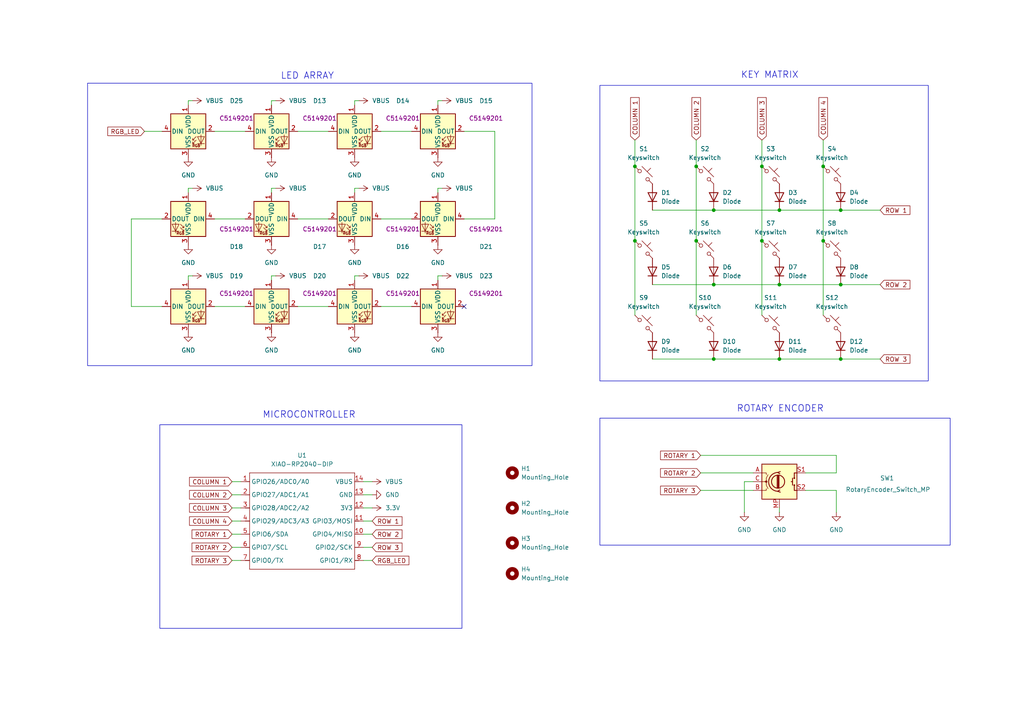
<source format=kicad_sch>
(kicad_sch (version 20231120) (generator "eeschema") (generator_version "8.0")
  (paper "A4")
  (title_block (title "Tronzpad") (date "2025-07-01") (rev "1.0") (company "Brian Guan"))
  (lib_symbols
    (symbol "Device:RotaryEncoder_Switch_MP" (pin_names (offset 0.254) hide)
      (property "Reference" "SW" (at 0 8.89 0))
      (property "Value" "RotaryEncoder_Switch_MP" (at 0 6.35 0))
      (symbol "RotaryEncoder_Switch_MP_0_1"
        (rectangle (start -5.08 5.08) (end 5.08 -5.08) (stroke (width 0.254)) (fill (type background)))
        (circle (center -3.81 0) (radius 0.254) (fill (type outline)))
        (circle (center -0.381 0) (radius 1.905) (stroke (width 0.254)))
        (arc (start -0.381 2.667) (mid -3.0988 -0.0635) (end -0.381 -2.794) (stroke (width 0.254)))
        (polyline (pts (xy -0.635 -1.778) (xy -0.635 1.778)) (stroke (width 0.254)))
        (polyline (pts (xy -0.381 -1.778) (xy -0.381 1.778)) (stroke (width 0.254)))
        (polyline (pts (xy -0.127 1.778) (xy -0.127 -1.778)) (stroke (width 0.254)))
        (polyline (pts (xy 3.81 0) (xy 3.429 0)) (stroke (width 0.254)))
        (polyline (pts (xy 3.81 1.016) (xy 3.81 -1.016)) (stroke (width 0.254)))
        (polyline (pts (xy -5.08 -2.54) (xy -3.81 -2.54) (xy -3.81 -2.032)))
        (polyline (pts (xy -5.08 2.54) (xy -3.81 2.54) (xy -3.81 2.032)))
        (polyline (pts (xy 0.254 -3.048) (xy -0.508 -2.794) (xy 0.127 -2.413)) (stroke (width 0.254)))
        (polyline (pts (xy 0.254 2.921) (xy -0.508 2.667) (xy 0.127 2.286)) (stroke (width 0.254)))
        (polyline (pts (xy 5.08 -2.54) (xy 4.318 -2.54) (xy 4.318 -1.016)) (stroke (width 0.254)))
        (polyline (pts (xy 5.08 2.54) (xy 4.318 2.54) (xy 4.318 1.016)) (stroke (width 0.254)))
        (polyline (pts (xy -5.08 0) (xy -3.81 0) (xy -3.81 -1.016) (xy -3.302 -2.032)))
        (polyline (pts (xy -4.318 0) (xy -3.81 0) (xy -3.81 1.016) (xy -3.302 2.032)))
        (circle (center 4.318 -1.016) (radius 0.127) (stroke (width 0.254)))
        (circle (center 4.318 1.016) (radius 0.127) (stroke (width 0.254)))
      )
      (symbol "RotaryEncoder_Switch_MP_1_1"
        (pin passive line (at -7.62 2.54 0) (length 2.54) (name "A") (number "A"))
        (pin passive line (at -7.62 -2.54 0) (length 2.54) (name "B") (number "B"))
        (pin passive line (at -7.62 0 0) (length 2.54) (name "C") (number "C"))
        (pin passive line (at 0 -7.62 90) (length 2.54) (name "MP") (number "MP"))
        (pin passive line (at 7.62 2.54 180) (length 2.54) (name "S1") (number "S1"))
        (pin passive line (at 7.62 -2.54 180) (length 2.54) (name "S2") (number "S2"))
      )
    )
    (symbol "Placeholder_Keyswitch_1" (pin_numbers hide) (pin_names (offset 1.016) hide)
      (property "Reference" "S1" (at 0 7.62 0))
      (property "Value" "Keyswitch" (at 0 5.08 0))
      (symbol "Placeholder_Keyswitch_1_0_1"
        (circle (center -1.1684 1.1684) (radius 0.508))
        (polyline (pts (xy -0.508 2.54) (xy 2.54 -0.508)))
        (polyline (pts (xy 1.016 1.016) (xy 2.032 2.032)))
        (polyline (pts (xy -2.54 2.54) (xy -1.524 1.524) (xy -1.524 1.524)))
        (polyline (pts (xy 1.524 -1.524) (xy 2.54 -2.54) (xy 2.54 -2.54) (xy 2.54 -2.54)))
        (circle (center 1.143 -1.1938) (radius 0.508))
        (pin passive line (at 2.54 -2.54 180) (length 0) (name "1") (number "1"))
        (pin passive line (at -2.54 2.54 0) (length 0) (name "2") (number "2"))
      )
    )
    (symbol "ScottoKeebs:LED_SK6812MINI" (pin_names (offset 0.254))
      (property "Reference" "D" (at 2.032 5.588 0))
      (property "Value" "LED_SK6812MINI" (at 1.27 -5.715 0))
      (property "LCSC" "C5149201" (at 0 0 0))
      (symbol "LED_SK6812MINI_0_0"
        (text "RGB" (at 2.286 -4.191 0) (effects (font (size 0.762 0.762))))
      )
      (symbol "LED_SK6812MINI_0_1"
        (rectangle (start -5.08 5.08) (end 5.08 -5.08) (stroke (width 0.254)) (fill (type background)))
        (polyline (pts (xy 1.27 -3.556) (xy 1.778 -3.556)))
        (polyline (pts (xy 1.27 -2.54) (xy 1.778 -2.54)))
        (polyline (pts (xy 4.699 -3.556) (xy 2.667 -3.556)))
        (polyline (pts (xy 2.286 -2.54) (xy 1.27 -3.556) (xy 1.27 -3.048)))
        (polyline (pts (xy 2.286 -1.524) (xy 1.27 -2.54) (xy 1.27 -2.032)))
        (polyline (pts (xy 3.683 -1.016) (xy 3.683 -3.556) (xy 3.683 -4.064)))
        (polyline (pts (xy 4.699 -1.524) (xy 2.667 -1.524) (xy 3.683 -3.556) (xy 4.699 -1.524)))
      )
      (symbol "LED_SK6812MINI_1_1"
        (pin power_in line (at 0 7.62 270) (length 2.54) (name "VDD") (number "1"))
        (pin output line (at 7.62 0 180) (length 2.54) (name "DOUT") (number "2"))
        (pin power_in line (at 0 -7.62 90) (length 2.54) (name "VSS") (number "3"))
        (pin input line (at -7.62 0 0) (length 2.54) (name "DIN") (number "4"))
      )
    )
    (symbol "ScottoKeebs:Placeholder_Diode" (pin_numbers hide) (pin_names hide)
      (property "Reference" "D" (at 0 2.54 0))
      (property "Value" "Diode" (at 0 -2.54 0))
      (symbol "Placeholder_Diode_0_1"
        (polyline (pts (xy -1.27 1.27) (xy -1.27 -1.27)) (stroke (width 0.254)))
        (polyline (pts (xy 1.27 0) (xy -1.27 0)))
        (polyline (pts (xy 1.27 1.27) (xy 1.27 -1.27) (xy -1.27 0) (xy 1.27 1.27)) (stroke (width 0.254)))
      )
      (symbol "Placeholder_Diode_1_1"
        (pin passive line (at -3.81 0 0) (length 2.54) (name "K") (number "1"))
        (pin passive line (at 3.81 0 180) (length 2.54) (name "A") (number "2"))
      )
    )
    (symbol "ScottoKeebs:Placeholder_Mounting_Hole" (pin_names (offset 1.016))
      (property "Reference" "H" (at 0 5.08 0))
      (property "Value" "Mounting_Hole" (at 0 3.175 0))
      (symbol "Placeholder_Mounting_Hole_0_1"
        (circle (center 0 0) (radius 1.27) (stroke (width 1.27)))
      )
    )
    (symbol "Seeed_Studio_XIAO_Series:XIAO-RP2040-DIP"
      (property "Reference" "U" (at 0 0 0))
      (property "Value" "XIAO-RP2040-DIP" (at 5.334 -1.778 0))
      (symbol "XIAO-RP2040-DIP_1_0"
        (polyline (pts (xy -1.27 -30.48) (xy -1.27 -16.51)) (stroke (width 0.1524)))
        (polyline (pts (xy -1.27 -27.94) (xy -2.54 -27.94)) (stroke (width 0.1524)))
        (polyline (pts (xy -1.27 -24.13) (xy -2.54 -24.13)) (stroke (width 0.1524)))
        (polyline (pts (xy -1.27 -20.32) (xy -2.54 -20.32)) (stroke (width 0.1524)))
        (polyline (pts (xy -1.27 -16.51) (xy -2.54 -16.51)) (stroke (width 0.1524)))
        (polyline (pts (xy -1.27 -16.51) (xy -1.27 -12.7)) (stroke (width 0.1524)))
        (polyline (pts (xy -1.27 -12.7) (xy -2.54 -12.7)) (stroke (width 0.1524)))
        (polyline (pts (xy -1.27 -12.7) (xy -1.27 -8.89)) (stroke (width 0.1524)))
        (polyline (pts (xy -1.27 -8.89) (xy -2.54 -8.89)) (stroke (width 0.1524)))
        (polyline (pts (xy -1.27 -8.89) (xy -1.27 -5.08)) (stroke (width 0.1524)))
        (polyline (pts (xy -1.27 -5.08) (xy -2.54 -5.08)) (stroke (width 0.1524)))
        (polyline (pts (xy -1.27 -5.08) (xy -1.27 -2.54)) (stroke (width 0.1524)))
        (polyline (pts (xy -1.27 -2.54) (xy 29.21 -2.54)) (stroke (width 0.1524)))
        (polyline (pts (xy 29.21 -30.48) (xy -1.27 -30.48)) (stroke (width 0.1524)))
        (polyline (pts (xy 29.21 -12.7) (xy 29.21 -30.48)) (stroke (width 0.1524)))
        (polyline (pts (xy 29.21 -8.89) (xy 29.21 -12.7)) (stroke (width 0.1524)))
        (polyline (pts (xy 29.21 -5.08) (xy 29.21 -8.89)) (stroke (width 0.1524)))
        (polyline (pts (xy 29.21 -2.54) (xy 29.21 -5.08)) (stroke (width 0.1524)))
        (polyline (pts (xy 30.48 -27.94) (xy 29.21 -27.94)) (stroke (width 0.1524)))
        (polyline (pts (xy 30.48 -24.13) (xy 29.21 -24.13)) (stroke (width 0.1524)))
        (polyline (pts (xy 30.48 -20.32) (xy 29.21 -20.32)) (stroke (width 0.1524)))
        (polyline (pts (xy 30.48 -16.51) (xy 29.21 -16.51)) (stroke (width 0.1524)))
        (polyline (pts (xy 30.48 -12.7) (xy 29.21 -12.7)) (stroke (width 0.1524)))
        (polyline (pts (xy 30.48 -8.89) (xy 29.21 -8.89)) (stroke (width 0.1524)))
        (polyline (pts (xy 30.48 -5.08) (xy 29.21 -5.08)) (stroke (width 0.1524)))
        (pin passive line (at -3.81 -5.08 0) (length 2.54) (name "GPIO26/ADC0/A0") (number "1"))
        (pin passive line (at 31.75 -20.32 180) (length 2.54) (name "GPIO4/MISO") (number "10"))
        (pin passive line (at 31.75 -16.51 180) (length 2.54) (name "GPIO3/MOSI") (number "11"))
        (pin passive line (at 31.75 -12.7 180) (length 2.54) (name "3V3") (number "12"))
        (pin passive line (at 31.75 -8.89 180) (length 2.54) (name "GND") (number "13"))
        (pin passive line (at 31.75 -5.08 180) (length 2.54) (name "VBUS") (number "14"))
        (pin passive line (at -3.81 -8.89 0) (length 2.54) (name "GPIO27/ADC1/A1") (number "2"))
        (pin passive line (at -3.81 -12.7 0) (length 2.54) (name "GPIO28/ADC2/A2") (number "3"))
        (pin passive line (at -3.81 -16.51 0) (length 2.54) (name "GPIO29/ADC3/A3") (number "4"))
        (pin passive line (at -3.81 -20.32 0) (length 2.54) (name "GPIO6/SDA") (number "5"))
        (pin passive line (at -3.81 -24.13 0) (length 2.54) (name "GPIO7/SCL") (number "6"))
        (pin passive line (at -3.81 -27.94 0) (length 2.54) (name "GPIO0/TX") (number "7"))
        (pin passive line (at 31.75 -27.94 180) (length 2.54) (name "GPIO1/RX") (number "8"))
        (pin passive line (at 31.75 -24.13 180) (length 2.54) (name "GPIO2/SCK") (number "9"))
      )
    )
    (symbol "SparkFun-PowerSymbol:3.3V" (power) (pin_names (offset 0))
      (property "Value" "3.3V" (at 0 3.556 0))
      (symbol "3.3V_0_1"
        (polyline (pts (xy -0.762 1.27) (xy 0 2.54)))
        (polyline (pts (xy 0 0) (xy 0 2.54)))
        (polyline (pts (xy 0 2.54) (xy 0.762 1.27)))
      )
      (symbol "3.3V_1_1"
        (pin power_in line (at 0 0 90) (length 0) hide (name "3.3V") (number "1"))
      )
    )
    (symbol "power:GND" (power) (pin_numbers hide) (pin_names (offset 0) hide)
      (property "Value" "GND" (at 0 -3.81 0))
      (symbol "GND_0_1"
        (polyline (pts (xy 0 0) (xy 0 -1.27) (xy 1.27 -1.27) (xy 0 -2.54) (xy -1.27 -1.27) (xy 0 -1.27)))
      )
      (symbol "GND_1_1"
        (pin power_in line (at 0 0 270) (length 0) (name "~") (number "1"))
      )
    )
    (symbol "power:VBUS" (power) (pin_numbers hide) (pin_names (offset 0) hide)
      (property "Value" "VBUS" (at 0 3.556 0))
      (symbol "VBUS_0_1"
        (polyline (pts (xy -0.762 1.27) (xy 0 2.54)))
        (polyline (pts (xy 0 0) (xy 0 2.54)))
        (polyline (pts (xy 0 2.54) (xy 0.762 1.27)))
      )
      (symbol "VBUS_1_1"
        (pin power_in line (at 0 0 90) (length 0) (name "~") (number "1"))
      )
    )
  )
  (junction (at 184.15 69.85))
  (junction (at 201.93 69.85))
  (junction (at 226.06 104.14))
  (junction (at 207.01 104.14))
  (junction (at 243.84 60.96))
  (junction (at 220.98 69.85))
  (junction (at 243.84 104.14))
  (junction (at 207.01 60.96))
  (junction (at 226.06 60.96))
  (junction (at 220.98 48.26))
  (junction (at 226.06 82.55))
  (junction (at 201.93 48.26))
  (junction (at 207.01 82.55))
  (junction (at 238.76 48.26))
  (junction (at 184.15 48.26))
  (junction (at 243.84 82.55))
  (junction (at 238.76 69.85))
  (no_connect (at 134.62 88.9))
  (wire (pts (xy 67.31 147.32) (xy 69.85 147.32)))
  (wire (pts (xy 102.87 30.48) (xy 102.87 29.21)))
  (wire (pts (xy 105.41 147.32) (xy 107.95 147.32)))
  (wire (pts (xy 226.06 82.55) (xy 243.84 82.55)))
  (wire (pts (xy 243.84 60.96) (xy 255.27 60.96)))
  (wire (pts (xy 105.41 139.7) (xy 107.95 139.7)))
  (wire (pts (xy 143.51 38.1) (xy 143.51 63.5)))
  (wire (pts (xy 243.84 82.55) (xy 255.27 82.55)))
  (wire (pts (xy 107.95 162.56) (xy 105.41 162.56)))
  (wire (pts (xy 41.91 38.1) (xy 46.99 38.1)))
  (wire (pts (xy 189.23 60.96) (xy 207.01 60.96)))
  (wire (pts (xy 67.31 154.94) (xy 69.85 154.94)))
  (wire (pts (xy 238.76 69.85) (xy 238.76 91.44)))
  (wire (pts (xy 201.93 40.64) (xy 201.93 48.26)))
  (wire (pts (xy 128.27 54.61) (xy 127 54.61)))
  (wire (pts (xy 128.27 29.21) (xy 127 29.21)))
  (wire (pts (xy 78.74 80.01) (xy 78.74 81.28)))
  (wire (pts (xy 233.68 142.24) (xy 242.57 142.24)))
  (wire (pts (xy 110.49 38.1) (xy 119.38 38.1)))
  (wire (pts (xy 80.01 80.01) (xy 78.74 80.01)))
  (wire (pts (xy 242.57 132.08) (xy 242.57 137.16)))
  (wire (pts (xy 134.62 63.5) (xy 143.51 63.5)))
  (wire (pts (xy 105.41 151.13) (xy 107.95 151.13)))
  (wire (pts (xy 127 54.61) (xy 127 55.88)))
  (wire (pts (xy 207.01 60.96) (xy 226.06 60.96)))
  (wire (pts (xy 184.15 48.26) (xy 184.15 69.85)))
  (wire (pts (xy 218.44 139.7) (xy 215.9 139.7)))
  (wire (pts (xy 189.23 104.14) (xy 207.01 104.14)))
  (wire (pts (xy 62.23 88.9) (xy 71.12 88.9)))
  (wire (pts (xy 105.41 143.51) (xy 107.95 143.51)))
  (wire (pts (xy 226.06 147.32) (xy 226.06 148.59)))
  (wire (pts (xy 67.31 151.13) (xy 69.85 151.13)))
  (wire (pts (xy 105.41 154.94) (xy 107.95 154.94)))
  (wire (pts (xy 62.23 38.1) (xy 71.12 38.1)))
  (wire (pts (xy 54.61 80.01) (xy 54.61 81.28)))
  (wire (pts (xy 105.41 158.75) (xy 107.95 158.75)))
  (wire (pts (xy 207.01 104.14) (xy 226.06 104.14)))
  (wire (pts (xy 55.88 80.01) (xy 54.61 80.01)))
  (wire (pts (xy 102.87 29.21) (xy 104.14 29.21)))
  (wire (pts (xy 54.61 55.88) (xy 54.61 54.61)))
  (wire (pts (xy 54.61 54.61) (xy 55.88 54.61)))
  (wire (pts (xy 78.74 54.61) (xy 80.01 54.61)))
  (wire (pts (xy 242.57 142.24) (xy 242.57 148.59)))
  (wire (pts (xy 67.31 139.7) (xy 69.85 139.7)))
  (wire (pts (xy 134.62 38.1) (xy 143.51 38.1)))
  (wire (pts (xy 203.2 142.24) (xy 218.44 142.24)))
  (wire (pts (xy 220.98 48.26) (xy 220.98 69.85)))
  (wire (pts (xy 86.36 88.9) (xy 95.25 88.9)))
  (wire (pts (xy 203.2 137.16) (xy 218.44 137.16)))
  (wire (pts (xy 220.98 40.64) (xy 220.98 48.26)))
  (wire (pts (xy 110.49 88.9) (xy 119.38 88.9)))
  (wire (pts (xy 207.01 82.55) (xy 226.06 82.55)))
  (wire (pts (xy 78.74 29.21) (xy 80.01 29.21)))
  (wire (pts (xy 189.23 82.55) (xy 207.01 82.55)))
  (wire (pts (xy 86.36 38.1) (xy 95.25 38.1)))
  (wire (pts (xy 203.2 132.08) (xy 242.57 132.08)))
  (wire (pts (xy 102.87 55.88) (xy 102.87 54.61)))
  (wire (pts (xy 226.06 104.14) (xy 243.84 104.14)))
  (wire (pts (xy 238.76 40.64) (xy 238.76 48.26)))
  (wire (pts (xy 220.98 69.85) (xy 220.98 91.44)))
  (wire (pts (xy 62.23 63.5) (xy 71.12 63.5)))
  (wire (pts (xy 201.93 48.26) (xy 201.93 69.85)))
  (wire (pts (xy 54.61 29.21) (xy 55.88 29.21)))
  (wire (pts (xy 238.76 48.26) (xy 238.76 69.85)))
  (wire (pts (xy 127 80.01) (xy 127 81.28)))
  (wire (pts (xy 38.1 88.9) (xy 46.99 88.9)))
  (wire (pts (xy 54.61 30.48) (xy 54.61 29.21)))
  (wire (pts (xy 110.49 63.5) (xy 119.38 63.5)))
  (wire (pts (xy 78.74 55.88) (xy 78.74 54.61)))
  (wire (pts (xy 38.1 63.5) (xy 38.1 88.9)))
  (wire (pts (xy 184.15 69.85) (xy 184.15 91.44)))
  (wire (pts (xy 128.27 80.01) (xy 127 80.01)))
  (wire (pts (xy 226.06 60.96) (xy 243.84 60.96)))
  (wire (pts (xy 46.99 63.5) (xy 38.1 63.5)))
  (wire (pts (xy 233.68 137.16) (xy 242.57 137.16)))
  (wire (pts (xy 67.31 158.75) (xy 69.85 158.75)))
  (wire (pts (xy 67.31 162.56) (xy 69.85 162.56)))
  (wire (pts (xy 215.9 139.7) (xy 215.9 148.59)))
  (wire (pts (xy 86.36 63.5) (xy 95.25 63.5)))
  (wire (pts (xy 102.87 54.61) (xy 104.14 54.61)))
  (wire (pts (xy 102.87 81.28) (xy 102.87 80.01)))
  (wire (pts (xy 184.15 40.64) (xy 184.15 48.26)))
  (wire (pts (xy 201.93 69.85) (xy 201.93 91.44)))
  (wire (pts (xy 102.87 80.01) (xy 104.14 80.01)))
  (wire (pts (xy 127 29.21) (xy 127 30.48)))
  (wire (pts (xy 67.31 143.51) (xy 69.85 143.51)))
  (wire (pts (xy 78.74 30.48) (xy 78.74 29.21)))
  (wire (pts (xy 243.84 104.14) (xy 255.27 104.14)))
  (rectangle (start 25.4 24.13) (end 154.305 106.045))
  (rectangle (start 46.355 123.19) (end 133.985 182.245))
  (rectangle (start 173.99 121.285) (end 275.59 158.115))
  (rectangle (start 173.99 24.765) (end 269.24 110.49))
  (text "ROTARY ENCODER\n" (at 226.314 118.618 0) (effects (font (size 1.905 1.905))))
  (text "LED ARRAY\n" (at 89.154 22.098 0) (effects (font (size 1.905 1.905))))
  (text "MICROCONTROLLER\n" (at 89.662 120.396 0) (effects (font (size 1.905 1.905))))
  (text "KEY MATRIX\n" (at 223.266 21.844 0) (effects (font (size 1.905 1.905))))
  (global_label "ROW 2" (shape input) (at 107.95 154.94 0) (property "Intersheetrefs" "${INTERSHEET_REFS}" (effects (hide yes))))
  (global_label "ROTARY 1" (shape input) (at 203.2 132.08 180) (property "Intersheetrefs" "${INTERSHEET_REFS}" (effects (hide yes))))
  (global_label "COLUMN 4" (shape input) (at 238.76 40.64 90) (property "Intersheetrefs" "${INTERSHEET_REFS}" (effects (hide yes))))
  (global_label "RGB_LED" (shape input) (at 41.91 38.1 180) (property "Intersheetrefs" "${INTERSHEET_REFS}" (effects (hide yes))))
  (global_label "ROW 3" (shape input) (at 255.27 104.14 0) (property "Intersheetrefs" "${INTERSHEET_REFS}" (effects (hide yes))))
  (global_label "COLUMN 3" (shape input) (at 220.98 40.64 90) (property "Intersheetrefs" "${INTERSHEET_REFS}" (effects (hide yes))))
  (global_label "ROTARY 1" (shape input) (at 67.31 154.94 180) (property "Intersheetrefs" "${INTERSHEET_REFS}" (effects (hide yes))))
  (global_label "ROW 1" (shape input) (at 255.27 60.96 0) (property "Intersheetrefs" "${INTERSHEET_REFS}" (effects (hide yes))))
  (global_label "RGB_LED" (shape input) (at 107.95 162.56 0) (property "Intersheetrefs" "${INTERSHEET_REFS}" (effects (hide yes))))
  (global_label "ROTARY 3" (shape input) (at 203.2 142.24 180) (property "Intersheetrefs" "${INTERSHEET_REFS}" (effects (hide yes))))
  (global_label "ROW 1" (shape input) (at 107.95 151.13 0) (property "Intersheetrefs" "${INTERSHEET_REFS}" (effects (hide yes))))
  (global_label "ROTARY 2" (shape input) (at 203.2 137.16 180) (property "Intersheetrefs" "${INTERSHEET_REFS}" (effects (hide yes))))
  (global_label "COLUMN 1" (shape input) (at 67.31 139.7 180) (property "Intersheetrefs" "${INTERSHEET_REFS}" (effects (hide yes))))
  (global_label "COLUMN 2" (shape input) (at 201.93 40.64 90) (property "Intersheetrefs" "${INTERSHEET_REFS}" (effects (hide yes))))
  (global_label "COLUMN 1" (shape input) (at 184.15 40.64 90) (property "Intersheetrefs" "${INTERSHEET_REFS}" (effects (hide yes))))
  (global_label "COLUMN 2" (shape input) (at 67.31 143.51 180) (property "Intersheetrefs" "${INTERSHEET_REFS}" (effects (hide yes))))
  (global_label "ROW 2" (shape input) (at 255.27 82.55 0) (property "Intersheetrefs" "${INTERSHEET_REFS}" (effects (hide yes))))
  (global_label "ROTARY 3" (shape input) (at 67.31 162.56 180) (property "Intersheetrefs" "${INTERSHEET_REFS}" (effects (hide yes))))
  (global_label "COLUMN 3" (shape input) (at 67.31 147.32 180) (property "Intersheetrefs" "${INTERSHEET_REFS}" (effects (hide yes))))
  (global_label "ROTARY 2" (shape input) (at 67.31 158.75 180) (property "Intersheetrefs" "${INTERSHEET_REFS}" (effects (hide yes))))
  (global_label "ROW 3" (shape input) (at 107.95 158.75 0) (property "Intersheetrefs" "${INTERSHEET_REFS}" (effects (hide yes))))
  (global_label "COLUMN 4" (shape input) (at 67.31 151.13 180) (property "Intersheetrefs" "${INTERSHEET_REFS}" (effects (hide yes))))
  (symbol (lib_name "Placeholder_Keyswitch_1") (lib_id "ScottoKeebs:Placeholder_Keyswitch") (at 186.69 93.98 0) (unit 1)
    (property "Reference" "S9" (at 186.69 86.36 0))
    (property "Value" "Keyswitch" (at 186.69 88.9 0))
    (property "Footprint" "Button_Switch_Keyboard:SW_Cherry_MX_1.00u_PCB" (effects (hide yes)))
    (property "Description" "Push button switch, normally open, two pins, 45° tilted" (effects (hide yes)))
  )
  (symbol (lib_name "Placeholder_Keyswitch_1") (lib_id "ScottoKeebs:Placeholder_Keyswitch") (at 204.47 72.39 0) (unit 1)
    (property "Reference" "S6" (at 204.47 64.77 0))
    (property "Value" "Keyswitch" (at 204.47 67.31 0))
    (property "Footprint" "Button_Switch_Keyboard:SW_Cherry_MX_1.00u_PCB" (effects (hide yes)))
    (property "Description" "Push button switch, normally open, two pins, 45° tilted" (effects (hide yes)))
  )
  (symbol (lib_id "power:VBUS") (at 55.88 54.61 270) (unit 1)
    (property "Reference" "#PWR013" (effects (hide yes)))
    (property "Value" "VBUS" (at 59.69 54.6099 90) (effects (justify left)))
    (property "Description" "Power symbol creates a global label with name \"VBUS\"" (effects (hide yes)))
  )
  (symbol (lib_id "power:GND") (at 107.95 143.51 90) (unit 1)
    (property "Reference" "#PWR06" (effects (hide yes)))
    (property "Value" "GND" (at 111.76 143.5099 90) (effects (justify right)))
    (property "Description" "Power symbol creates a global label with name \"GND\" , ground" (effects (hide yes)))
  )
  (symbol (lib_name "Placeholder_Keyswitch_1") (lib_id "ScottoKeebs:Placeholder_Keyswitch") (at 223.52 72.39 0) (unit 1)
    (property "Reference" "S7" (at 223.52 64.77 0))
    (property "Value" "Keyswitch" (at 223.52 67.31 0))
    (property "Footprint" "Button_Switch_Keyboard:SW_Cherry_MX_1.00u_PCB" (effects (hide yes)))
    (property "Description" "Push button switch, normally open, two pins, 45° tilted" (effects (hide yes)))
  )
  (symbol (lib_id "ScottoKeebs:LED_SK6812MINI") (at 102.87 63.5 0) (mirror y) (unit 1)
    (property "Reference" "D16" (at 116.84 71.5362 0))
    (property "Value" "LED_SK6812MINI" (effects (hide yes)))
    (property "Footprint" "ScottoKeebs_Components:LED_SK6812MINI" (effects (hide yes)))
    (property "Datasheet" "https://cdn-shop.adafruit.com/product-files/2686/SK6812MINI_REV.01-1-2.pdf" (effects (hide yes)))
    (property "Description" "RGB LED with integrated controller" (effects (hide yes)))
    (property "LCSC" "C5149201" (at 116.84 66.4562 0))
  )
  (symbol (lib_id "power:GND") (at 127 45.72 0) (unit 1)
    (property "Reference" "#PWR030" (effects (hide yes)))
    (property "Value" "GND" (at 127 50.8 0))
    (property "Description" "Power symbol creates a global label with name \"GND\" , ground" (effects (hide yes)))
  )
  (symbol (lib_id "power:GND") (at 78.74 71.12 0) (unit 1)
    (property "Reference" "#PWR011" (effects (hide yes)))
    (property "Value" "GND" (at 78.74 76.2 0))
    (property "Description" "Power symbol creates a global label with name \"GND\" , ground" (effects (hide yes)))
  )
  (symbol (lib_id "ScottoKeebs:Placeholder_Diode") (at 226.06 100.33 90) (unit 1)
    (property "Reference" "D11" (at 228.6 99.0599 90) (effects (justify right)))
    (property "Value" "Diode" (at 228.6 101.5999 90) (effects (justify right)))
    (property "Footprint" "Diode_THT:D_DO-35_SOD27_P7.62mm_Horizontal" (effects (hide yes)))
    (property "Description" "1N4148 (DO-35) or 1N4148W (SOD-123)" (effects (hide yes)))
    (property "Sim.Device" "D" (effects (hide yes)))
    (property "Sim.Pins" "1=K 2=A" (effects (hide yes)))
  )
  (symbol (lib_id "power:VBUS") (at 104.14 54.61 270) (unit 1)
    (property "Reference" "#PWR015" (effects (hide yes)))
    (property "Value" "VBUS" (at 107.95 54.6099 90) (effects (justify left)))
    (property "Description" "Power symbol creates a global label with name \"VBUS\"" (effects (hide yes)))
  )
  (symbol (lib_id "ScottoKeebs:Placeholder_Diode") (at 207.01 100.33 90) (unit 1)
    (property "Reference" "D10" (at 209.55 99.0599 90) (effects (justify right)))
    (property "Value" "Diode" (at 209.55 101.5999 90) (effects (justify right)))
    (property "Footprint" "Diode_THT:D_DO-35_SOD27_P7.62mm_Horizontal" (effects (hide yes)))
    (property "Description" "1N4148 (DO-35) or 1N4148W (SOD-123)" (effects (hide yes)))
    (property "Sim.Device" "D" (effects (hide yes)))
    (property "Sim.Pins" "1=K 2=A" (effects (hide yes)))
  )
  (symbol (lib_id "ScottoKeebs:Placeholder_Diode") (at 189.23 100.33 90) (unit 1)
    (property "Reference" "D9" (at 191.77 99.0599 90) (effects (justify right)))
    (property "Value" "Diode" (at 191.77 101.5999 90) (effects (justify right)))
    (property "Footprint" "Diode_THT:D_DO-35_SOD27_P7.62mm_Horizontal" (effects (hide yes)))
    (property "Description" "1N4148 (DO-35) or 1N4148W (SOD-123)" (effects (hide yes)))
    (property "Sim.Device" "D" (effects (hide yes)))
    (property "Sim.Pins" "1=K 2=A" (effects (hide yes)))
  )
  (symbol (lib_id "ScottoKeebs:Placeholder_Diode") (at 207.01 57.15 90) (unit 1)
    (property "Reference" "D2" (at 209.55 55.8799 90) (effects (justify right)))
    (property "Value" "Diode" (at 209.55 58.4199 90) (effects (justify right)))
    (property "Footprint" "Diode_THT:D_DO-35_SOD27_P7.62mm_Horizontal" (effects (hide yes)))
    (property "Description" "1N4148 (DO-35) or 1N4148W (SOD-123)" (effects (hide yes)))
    (property "Sim.Device" "D" (effects (hide yes)))
    (property "Sim.Pins" "1=K 2=A" (effects (hide yes)))
  )
  (symbol (lib_id "Seeed_Studio_XIAO_Series:XIAO-RP2040-DIP") (at 73.66 134.62 0) (unit 1)
    (property "Reference" "U1" (at 87.63 132.08 0))
    (property "Value" "XIAO-RP2040-DIP" (at 87.63 134.62 0))
    (property "Footprint" "Seeed Studio XIAO Series Library:XIAO-RP2040-DIP" (effects (hide yes)))
  )
  (symbol (lib_id "ScottoKeebs:Placeholder_Diode") (at 243.84 100.33 90) (unit 1)
    (property "Reference" "D12" (at 246.38 99.0599 90) (effects (justify right)))
    (property "Value" "Diode" (at 246.38 101.5999 90) (effects (justify right)))
    (property "Footprint" "Diode_THT:D_DO-35_SOD27_P7.62mm_Horizontal" (effects (hide yes)))
    (property "Description" "1N4148 (DO-35) or 1N4148W (SOD-123)" (effects (hide yes)))
    (property "Sim.Device" "D" (effects (hide yes)))
    (property "Sim.Pins" "1=K 2=A" (effects (hide yes)))
  )
  (symbol (lib_id "ScottoKeebs:Placeholder_Diode") (at 189.23 57.15 90) (unit 1)
    (property "Reference" "D1" (at 191.77 55.8799 90) (effects (justify right)))
    (property "Value" "Diode" (at 191.77 58.4199 90) (effects (justify right)))
    (property "Footprint" "Diode_THT:D_DO-35_SOD27_P7.62mm_Horizontal" (effects (hide yes)))
    (property "Description" "1N4148 (DO-35) or 1N4148W (SOD-123)" (effects (hide yes)))
    (property "Sim.Device" "D" (effects (hide yes)))
    (property "Sim.Pins" "1=K 2=A" (effects (hide yes)))
  )
  (symbol (lib_name "Placeholder_Keyswitch_1") (lib_id "ScottoKeebs:Placeholder_Keyswitch") (at 223.52 50.8 0) (unit 1)
    (property "Reference" "S3" (at 223.52 43.18 0))
    (property "Value" "Keyswitch" (at 223.52 45.72 0))
    (property "Footprint" "Button_Switch_Keyboard:SW_Cherry_MX_1.00u_PCB" (effects (hide yes)))
    (property "Description" "Push button switch, normally open, two pins, 45° tilted" (effects (hide yes)))
  )
  (symbol (lib_id "power:VBUS") (at 80.01 54.61 270) (unit 1)
    (property "Reference" "#PWR014" (effects (hide yes)))
    (property "Value" "VBUS" (at 83.82 54.6099 90) (effects (justify left)))
    (property "Description" "Power symbol creates a global label with name \"VBUS\"" (effects (hide yes)))
  )
  (symbol (lib_id "power:VBUS") (at 128.27 54.61 270) (unit 1)
    (property "Reference" "#PWR020" (effects (hide yes)))
    (property "Value" "VBUS" (at 132.08 54.6099 90) (effects (justify left)))
    (property "Description" "Power symbol creates a global label with name \"VBUS\"" (effects (hide yes)))
  )
  (symbol (lib_id "power:VBUS") (at 55.88 29.21 270) (unit 1)
    (property "Reference" "#PWR018" (effects (hide yes)))
    (property "Value" "VBUS" (at 59.69 29.2099 90) (effects (justify left)))
    (property "Description" "Power symbol creates a global label with name \"VBUS\"" (effects (hide yes)))
  )
  (symbol (lib_id "power:GND") (at 54.61 71.12 0) (unit 1)
    (property "Reference" "#PWR010" (effects (hide yes)))
    (property "Value" "GND" (at 54.61 76.2 0))
    (property "Description" "Power symbol creates a global label with name \"GND\" , ground" (effects (hide yes)))
  )
  (symbol (lib_id "ScottoKeebs:Placeholder_Mounting_Hole") (at 148.59 157.48 0) (unit 1)
    (property "Reference" "H3" (at 151.13 156.2099 0) (effects (justify left)))
    (property "Value" "Mounting_Hole" (at 151.13 158.7499 0) (effects (justify left)))
    (property "Footprint" "MountingHole:MountingHole_3.2mm_M3_DIN965" (effects (hide yes)))
    (property "Description" "Mounting Hole without connection" (effects (hide yes)))
  )
  (symbol (lib_id "ScottoKeebs:LED_SK6812MINI") (at 127 38.1 0) (unit 1)
    (property "Reference" "D15" (at 140.97 29.2414 0))
    (property "Value" "LED_SK6812MINI" (effects (hide yes)))
    (property "Footprint" "ScottoKeebs_Components:LED_SK6812MINI" (effects (hide yes)))
    (property "Datasheet" "https://cdn-shop.adafruit.com/product-files/2686/SK6812MINI_REV.01-1-2.pdf" (effects (hide yes)))
    (property "Description" "RGB LED with integrated controller" (effects (hide yes)))
    (property "LCSC" "C5149201" (at 140.97 34.3214 0))
  )
  (symbol (lib_id "ScottoKeebs:LED_SK6812MINI") (at 102.87 38.1 0) (unit 1)
    (property "Reference" "D14" (at 116.84 29.2414 0))
    (property "Value" "LED_SK6812MINI" (effects (hide yes)))
    (property "Footprint" "ScottoKeebs_Components:LED_SK6812MINI" (effects (hide yes)))
    (property "Datasheet" "https://cdn-shop.adafruit.com/product-files/2686/SK6812MINI_REV.01-1-2.pdf" (effects (hide yes)))
    (property "Description" "RGB LED with integrated controller" (effects (hide yes)))
    (property "LCSC" "C5149201" (at 116.84 34.3214 0))
  )
  (symbol (lib_id "power:VBUS") (at 128.27 29.21 270) (unit 1)
    (property "Reference" "#PWR019" (effects (hide yes)))
    (property "Value" "VBUS" (at 132.08 29.2099 90) (effects (justify left)))
    (property "Description" "Power symbol creates a global label with name \"VBUS\"" (effects (hide yes)))
  )
  (symbol (lib_id "ScottoKeebs:LED_SK6812MINI") (at 127 88.9 0) (unit 1)
    (property "Reference" "D23" (at 140.97 80.0414 0))
    (property "Value" "LED_SK6812MINI" (effects (hide yes)))
    (property "Footprint" "ScottoKeebs_Components:LED_SK6812MINI" (effects (hide yes)))
    (property "Datasheet" "https://cdn-shop.adafruit.com/product-files/2686/SK6812MINI_REV.01-1-2.pdf" (effects (hide yes)))
    (property "Description" "RGB LED with integrated controller" (effects (hide yes)))
    (property "LCSC" "C5149201" (at 140.97 85.1214 0))
  )
  (symbol (lib_id "ScottoKeebs:Placeholder_Diode") (at 226.06 57.15 90) (unit 1)
    (property "Reference" "D3" (at 228.6 55.8799 90) (effects (justify right)))
    (property "Value" "Diode" (at 228.6 58.4199 90) (effects (justify right)))
    (property "Footprint" "Diode_THT:D_DO-35_SOD27_P7.62mm_Horizontal" (effects (hide yes)))
    (property "Description" "1N4148 (DO-35) or 1N4148W (SOD-123)" (effects (hide yes)))
    (property "Sim.Device" "D" (effects (hide yes)))
    (property "Sim.Pins" "1=K 2=A" (effects (hide yes)))
  )
  (symbol (lib_id "ScottoKeebs:Placeholder_Mounting_Hole") (at 148.59 166.37 0) (unit 1)
    (property "Reference" "H4" (at 151.13 165.0999 0) (effects (justify left)))
    (property "Value" "Mounting_Hole" (at 151.13 167.6399 0) (effects (justify left)))
    (property "Footprint" "MountingHole:MountingHole_3.2mm_M3_DIN965" (effects (hide yes)))
    (property "Description" "Mounting Hole without connection" (effects (hide yes)))
  )
  (symbol (lib_name "Placeholder_Keyswitch_1") (lib_id "ScottoKeebs:Placeholder_Keyswitch") (at 241.3 72.39 0) (unit 1)
    (property "Reference" "S8" (at 241.3 64.77 0))
    (property "Value" "Keyswitch" (at 241.3 67.31 0))
    (property "Footprint" "Button_Switch_Keyboard:SW_Cherry_MX_1.00u_PCB" (effects (hide yes)))
    (property "Description" "Push button switch, normally open, two pins, 45° tilted" (effects (hide yes)))
  )
  (symbol (lib_id "ScottoKeebs:LED_SK6812MINI") (at 54.61 63.5 0) (mirror y) (unit 1)
    (property "Reference" "D18" (at 68.58 71.5362 0))
    (property "Value" "LED_SK6812MINI" (effects (hide yes)))
    (property "Footprint" "ScottoKeebs_Components:LED_SK6812MINI" (effects (hide yes)))
    (property "Datasheet" "https://cdn-shop.adafruit.com/product-files/2686/SK6812MINI_REV.01-1-2.pdf" (effects (hide yes)))
    (property "Description" "RGB LED with integrated controller" (effects (hide yes)))
    (property "LCSC" "C5149201" (at 68.58 66.4562 0))
  )
  (symbol (lib_name "Placeholder_Keyswitch_1") (lib_id "ScottoKeebs:Placeholder_Keyswitch") (at 186.69 50.8 0) (unit 1)
    (property "Reference" "S1" (at 186.69 43.18 0))
    (property "Value" "Keyswitch" (at 186.69 45.72 0))
    (property "Footprint" "Button_Switch_Keyboard:SW_Cherry_MX_1.00u_PCB" (effects (hide yes)))
    (property "Description" "Push button switch, normally open, two pins, 45° tilted" (effects (hide yes)))
  )
  (symbol (lib_id "power:VBUS") (at 104.14 80.01 270) (unit 1)
    (property "Reference" "#PWR022" (effects (hide yes)))
    (property "Value" "VBUS" (at 107.95 80.0099 90) (effects (justify left)))
    (property "Description" "Power symbol creates a global label with name \"VBUS\"" (effects (hide yes)))
  )
  (symbol (lib_id "ScottoKeebs:Placeholder_Diode") (at 207.01 78.74 90) (unit 1)
    (property "Reference" "D6" (at 209.55 77.4699 90) (effects (justify right)))
    (property "Value" "Diode" (at 209.55 80.0099 90) (effects (justify right)))
    (property "Footprint" "Diode_THT:D_DO-35_SOD27_P7.62mm_Horizontal" (effects (hide yes)))
    (property "Description" "1N4148 (DO-35) or 1N4148W (SOD-123)" (effects (hide yes)))
    (property "Sim.Device" "D" (effects (hide yes)))
    (property "Sim.Pins" "1=K 2=A" (effects (hide yes)))
  )
  (symbol (lib_id "ScottoKeebs:LED_SK6812MINI") (at 102.87 88.9 0) (unit 1)
    (property "Reference" "D22" (at 116.84 80.0414 0))
    (property "Value" "LED_SK6812MINI" (effects (hide yes)))
    (property "Footprint" "ScottoKeebs_Components:LED_SK6812MINI" (effects (hide yes)))
    (property "Datasheet" "https://cdn-shop.adafruit.com/product-files/2686/SK6812MINI_REV.01-1-2.pdf" (effects (hide yes)))
    (property "Description" "RGB LED with integrated controller" (effects (hide yes)))
    (property "LCSC" "C5149201" (at 116.84 85.1214 0))
  )
  (symbol (lib_id "power:GND") (at 78.74 96.52 0) (unit 1)
    (property "Reference" "#PWR026" (effects (hide yes)))
    (property "Value" "GND" (at 78.74 101.6 0))
    (property "Description" "Power symbol creates a global label with name \"GND\" , ground" (effects (hide yes)))
  )
  (symbol (lib_id "Device:RotaryEncoder_Switch_MP") (at 226.06 139.7 0) (unit 1)
    (property "Reference" "SW1" (at 257.302 138.684 0))
    (property "Value" "RotaryEncoder_Switch_MP" (at 257.556 141.986 0))
    (property "Footprint" "Rotary_Encoder:RotaryEncoder_Alps_EC11E-Switch_Vertical_H20mm" (effects (hide yes)))
    (property "Description" "Rotary encoder, dual channel, incremental quadrate outputs, with switch and MP Pin" (effects (hide yes)))
  )
  (symbol (lib_id "ScottoKeebs:LED_SK6812MINI") (at 127 63.5 0) (mirror y) (unit 1)
    (property "Reference" "D21" (at 140.97 71.5362 0))
    (property "Value" "LED_SK6812MINI" (effects (hide yes)))
    (property "Footprint" "ScottoKeebs_Components:LED_SK6812MINI" (effects (hide yes)))
    (property "Datasheet" "https://cdn-shop.adafruit.com/product-files/2686/SK6812MINI_REV.01-1-2.pdf" (effects (hide yes)))
    (property "Description" "RGB LED with integrated controller" (effects (hide yes)))
    (property "LCSC" "C5149201" (at 140.97 66.4562 0))
  )
  (symbol (lib_id "SparkFun-PowerSymbol:3.3V") (at 107.95 147.32 270) (unit 1)
    (property "Reference" "#PWR01" (effects (hide yes)))
    (property "Value" "3.3V" (at 111.76 147.3199 90) (effects (justify left)))
    (property "Description" "Power symbol creates a global label with name \"3.3V\"" (effects (hide yes)))
  )
  (symbol (lib_id "power:VBUS") (at 128.27 80.01 270) (unit 1)
    (property "Reference" "#PWR021" (effects (hide yes)))
    (property "Value" "VBUS" (at 132.08 80.0099 90) (effects (justify left)))
    (property "Description" "Power symbol creates a global label with name \"VBUS\"" (effects (hide yes)))
  )
  (symbol (lib_id "power:GND") (at 102.87 71.12 0) (unit 1)
    (property "Reference" "#PWR012" (effects (hide yes)))
    (property "Value" "GND" (at 102.87 76.2 0))
    (property "Description" "Power symbol creates a global label with name \"GND\" , ground" (effects (hide yes)))
  )
  (symbol (lib_name "Placeholder_Keyswitch_1") (lib_id "ScottoKeebs:Placeholder_Keyswitch") (at 241.3 50.8 0) (unit 1)
    (property "Reference" "S4" (at 241.3 43.18 0))
    (property "Value" "Keyswitch" (at 241.3 45.72 0))
    (property "Footprint" "Button_Switch_Keyboard:SW_Cherry_MX_1.00u_PCB" (effects (hide yes)))
    (property "Description" "Push button switch, normally open, two pins, 45° tilted" (effects (hide yes)))
  )
  (symbol (lib_id "ScottoKeebs:LED_SK6812MINI") (at 78.74 63.5 0) (mirror y) (unit 1)
    (property "Reference" "D17" (at 92.71 71.5362 0))
    (property "Value" "LED_SK6812MINI" (effects (hide yes)))
    (property "Footprint" "ScottoKeebs_Components:LED_SK6812MINI" (effects (hide yes)))
    (property "Datasheet" "https://cdn-shop.adafruit.com/product-files/2686/SK6812MINI_REV.01-1-2.pdf" (effects (hide yes)))
    (property "Description" "RGB LED with integrated controller" (effects (hide yes)))
    (property "LCSC" "C5149201" (at 92.71 66.4562 0))
  )
  (symbol (lib_id "power:GND") (at 78.74 45.72 0) (unit 1)
    (property "Reference" "#PWR08" (effects (hide yes)))
    (property "Value" "GND" (at 78.74 50.8 0))
    (property "Description" "Power symbol creates a global label with name \"GND\" , ground" (effects (hide yes)))
  )
  (symbol (lib_name "Placeholder_Keyswitch_1") (lib_id "ScottoKeebs:Placeholder_Keyswitch") (at 241.3 93.98 0) (unit 1)
    (property "Reference" "S12" (at 241.3 86.36 0))
    (property "Value" "Keyswitch" (at 241.3 88.9 0))
    (property "Footprint" "Button_Switch_Keyboard:SW_Cherry_MX_1.00u_PCB" (effects (hide yes)))
    (property "Description" "Push button switch, normally open, two pins, 45° tilted" (effects (hide yes)))
  )
  (symbol (lib_id "power:GND") (at 127 96.52 0) (unit 1)
    (property "Reference" "#PWR028" (effects (hide yes)))
    (property "Value" "GND" (at 127 101.6 0))
    (property "Description" "Power symbol creates a global label with name \"GND\" , ground" (effects (hide yes)))
  )
  (symbol (lib_id "power:VBUS") (at 104.14 29.21 270) (unit 1)
    (property "Reference" "#PWR016" (effects (hide yes)))
    (property "Value" "VBUS" (at 107.95 29.2099 90) (effects (justify left)))
    (property "Description" "Power symbol creates a global label with name \"VBUS\"" (effects (hide yes)))
  )
  (symbol (lib_id "power:GND") (at 54.61 45.72 0) (unit 1)
    (property "Reference" "#PWR07" (effects (hide yes)))
    (property "Value" "GND" (at 54.61 50.8 0))
    (property "Description" "Power symbol creates a global label with name \"GND\" , ground" (effects (hide yes)))
  )
  (symbol (lib_id "ScottoKeebs:LED_SK6812MINI") (at 78.74 38.1 0) (unit 1)
    (property "Reference" "D13" (at 92.71 29.2414 0))
    (property "Value" "LED_SK6812MINI" (effects (hide yes)))
    (property "Footprint" "ScottoKeebs_Components:LED_SK6812MINI" (effects (hide yes)))
    (property "Datasheet" "https://cdn-shop.adafruit.com/product-files/2686/SK6812MINI_REV.01-1-2.pdf" (effects (hide yes)))
    (property "Description" "RGB LED with integrated controller" (effects (hide yes)))
    (property "LCSC" "C5149201" (at 92.71 34.3214 0))
  )
  (symbol (lib_id "power:GND") (at 102.87 96.52 0) (unit 1)
    (property "Reference" "#PWR027" (effects (hide yes)))
    (property "Value" "GND" (at 102.87 101.6 0))
    (property "Description" "Power symbol creates a global label with name \"GND\" , ground" (effects (hide yes)))
  )
  (symbol (lib_id "ScottoKeebs:Placeholder_Diode") (at 243.84 57.15 90) (unit 1)
    (property "Reference" "D4" (at 246.38 55.8799 90) (effects (justify right)))
    (property "Value" "Diode" (at 246.38 58.4199 90) (effects (justify right)))
    (property "Footprint" "Diode_THT:D_DO-35_SOD27_P7.62mm_Horizontal" (effects (hide yes)))
    (property "Description" "1N4148 (DO-35) or 1N4148W (SOD-123)" (effects (hide yes)))
    (property "Sim.Device" "D" (effects (hide yes)))
    (property "Sim.Pins" "1=K 2=A" (effects (hide yes)))
  )
  (symbol (lib_id "ScottoKeebs:Placeholder_Diode") (at 189.23 78.74 90) (unit 1)
    (property "Reference" "D5" (at 191.77 77.4699 90) (effects (justify right)))
    (property "Value" "Diode" (at 191.77 80.0099 90) (effects (justify right)))
    (property "Footprint" "Diode_THT:D_DO-35_SOD27_P7.62mm_Horizontal" (effects (hide yes)))
    (property "Description" "1N4148 (DO-35) or 1N4148W (SOD-123)" (effects (hide yes)))
    (property "Sim.Device" "D" (effects (hide yes)))
    (property "Sim.Pins" "1=K 2=A" (effects (hide yes)))
  )
  (symbol (lib_id "ScottoKeebs:LED_SK6812MINI") (at 54.61 38.1 0) (unit 1)
    (property "Reference" "D25" (at 68.58 29.2414 0))
    (property "Value" "LED_SK6812MINI" (effects (hide yes)))
    (property "Footprint" "ScottoKeebs_Components:LED_SK6812MINI" (effects (hide yes)))
    (property "Datasheet" "https://cdn-shop.adafruit.com/product-files/2686/SK6812MINI_REV.01-1-2.pdf" (effects (hide yes)))
    (property "Description" "RGB LED with integrated controller" (effects (hide yes)))
    (property "LCSC" "C5149201" (at 68.58 34.3214 0))
  )
  (symbol (lib_id "ScottoKeebs:Placeholder_Mounting_Hole") (at 148.59 147.32 0) (unit 1)
    (property "Reference" "H2" (at 151.13 146.0499 0) (effects (justify left)))
    (property "Value" "Mounting_Hole" (at 151.13 148.5899 0) (effects (justify left)))
    (property "Footprint" "MountingHole:MountingHole_3.2mm_M3_DIN965" (effects (hide yes)))
    (property "Description" "Mounting Hole without connection" (effects (hide yes)))
  )
  (symbol (lib_id "power:VBUS") (at 55.88 80.01 270) (unit 1)
    (property "Reference" "#PWR023" (effects (hide yes)))
    (property "Value" "VBUS" (at 59.69 80.0099 90) (effects (justify left)))
    (property "Description" "Power symbol creates a global label with name \"VBUS\"" (effects (hide yes)))
  )
  (symbol (lib_id "power:VBUS") (at 80.01 29.21 270) (unit 1)
    (property "Reference" "#PWR017" (effects (hide yes)))
    (property "Value" "VBUS" (at 83.82 29.2099 90) (effects (justify left)))
    (property "Description" "Power symbol creates a global label with name \"VBUS\"" (effects (hide yes)))
  )
  (symbol (lib_id "power:VBUS") (at 80.01 80.01 270) (unit 1)
    (property "Reference" "#PWR05" (effects (hide yes)))
    (property "Value" "VBUS" (at 83.82 80.0099 90) (effects (justify left)))
    (property "Description" "Power symbol creates a global label with name \"VBUS\"" (effects (hide yes)))
  )
  (symbol (lib_name "Placeholder_Keyswitch_1") (lib_id "ScottoKeebs:Placeholder_Keyswitch") (at 204.47 50.8 0) (unit 1)
    (property "Reference" "S2" (at 204.47 43.18 0))
    (property "Value" "Keyswitch" (at 204.47 45.72 0))
    (property "Footprint" "Button_Switch_Keyboard:SW_Cherry_MX_1.00u_PCB" (effects (hide yes)))
    (property "Description" "Push button switch, normally open, two pins, 45° tilted" (effects (hide yes)))
  )
  (symbol (lib_id "ScottoKeebs:LED_SK6812MINI") (at 78.74 88.9 0) (unit 1)
    (property "Reference" "D20" (at 92.71 80.0414 0))
    (property "Value" "LED_SK6812MINI" (effects (hide yes)))
    (property "Footprint" "ScottoKeebs_Components:LED_SK6812MINI" (effects (hide yes)))
    (property "Datasheet" "https://cdn-shop.adafruit.com/product-files/2686/SK6812MINI_REV.01-1-2.pdf" (effects (hide yes)))
    (property "Description" "RGB LED with integrated controller" (effects (hide yes)))
    (property "LCSC" "C5149201" (at 92.71 85.1214 0))
  )
  (symbol (lib_id "power:GND") (at 54.61 96.52 0) (unit 1)
    (property "Reference" "#PWR025" (effects (hide yes)))
    (property "Value" "GND" (at 54.61 101.6 0))
    (property "Description" "Power symbol creates a global label with name \"GND\" , ground" (effects (hide yes)))
  )
  (symbol (lib_name "Placeholder_Keyswitch_1") (lib_id "ScottoKeebs:Placeholder_Keyswitch") (at 223.52 93.98 0) (unit 1)
    (property "Reference" "S11" (at 223.52 86.36 0))
    (property "Value" "Keyswitch" (at 223.52 88.9 0))
    (property "Footprint" "Button_Switch_Keyboard:SW_Cherry_MX_1.00u_PCB" (effects (hide yes)))
    (property "Description" "Push button switch, normally open, two pins, 45° tilted" (effects (hide yes)))
  )
  (symbol (lib_id "ScottoKeebs:Placeholder_Diode") (at 226.06 78.74 90) (unit 1)
    (property "Reference" "D7" (at 228.6 77.4699 90) (effects (justify right)))
    (property "Value" "Diode" (at 228.6 80.0099 90) (effects (justify right)))
    (property "Footprint" "Diode_THT:D_DO-35_SOD27_P7.62mm_Horizontal" (effects (hide yes)))
    (property "Description" "1N4148 (DO-35) or 1N4148W (SOD-123)" (effects (hide yes)))
    (property "Sim.Device" "D" (effects (hide yes)))
    (property "Sim.Pins" "1=K 2=A" (effects (hide yes)))
  )
  (symbol (lib_id "power:GND") (at 226.06 148.59 0) (mirror y) (unit 1)
    (property "Reference" "#PWR024" (effects (hide yes)))
    (property "Value" "GND" (at 226.06 153.67 0))
    (property "Description" "Power symbol creates a global label with name \"GND\" , ground" (effects (hide yes)))
  )
  (symbol (lib_name "Placeholder_Keyswitch_1") (lib_id "ScottoKeebs:Placeholder_Keyswitch") (at 186.69 72.39 0) (unit 1)
    (property "Reference" "S5" (at 186.69 64.77 0))
    (property "Value" "Keyswitch" (at 186.69 67.31 0))
    (property "Footprint" "Button_Switch_Keyboard:SW_Cherry_MX_1.00u_PCB" (effects (hide yes)))
    (property "Description" "Push button switch, normally open, two pins, 45° tilted" (effects (hide yes)))
  )
  (symbol (lib_id "power:GND") (at 242.57 148.59 0) (unit 1)
    (property "Reference" "#PWR03" (effects (hide yes)))
    (property "Value" "GND" (at 242.57 153.67 0))
    (property "Description" "Power symbol creates a global label with name \"GND\" , ground" (effects (hide yes)))
  )
  (symbol (lib_id "ScottoKeebs:Placeholder_Diode") (at 243.84 78.74 90) (unit 1)
    (property "Reference" "D8" (at 246.38 77.4699 90) (effects (justify right)))
    (property "Value" "Diode" (at 246.38 80.0099 90) (effects (justify right)))
    (property "Footprint" "Diode_THT:D_DO-35_SOD27_P7.62mm_Horizontal" (effects (hide yes)))
    (property "Description" "1N4148 (DO-35) or 1N4148W (SOD-123)" (effects (hide yes)))
    (property "Sim.Device" "D" (effects (hide yes)))
    (property "Sim.Pins" "1=K 2=A" (effects (hide yes)))
  )
  (symbol (lib_name "Placeholder_Keyswitch_1") (lib_id "ScottoKeebs:Placeholder_Keyswitch") (at 204.47 93.98 0) (unit 1)
    (property "Reference" "S10" (at 204.47 86.36 0))
    (property "Value" "Keyswitch" (at 204.47 88.9 0))
    (property "Footprint" "Button_Switch_Keyboard:SW_Cherry_MX_1.00u_PCB" (effects (hide yes)))
    (property "Description" "Push button switch, normally open, two pins, 45° tilted" (effects (hide yes)))
  )
  (symbol (lib_id "power:GND") (at 215.9 148.59 0) (unit 1)
    (property "Reference" "#PWR02" (effects (hide yes)))
    (property "Value" "GND" (at 215.9 153.67 0))
    (property "Description" "Power symbol creates a global label with name \"GND\" , ground" (effects (hide yes)))
  )
  (symbol (lib_id "power:GND") (at 102.87 45.72 0) (unit 1)
    (property "Reference" "#PWR09" (effects (hide yes)))
    (property "Value" "GND" (at 102.87 50.8 0))
    (property "Description" "Power symbol creates a global label with name \"GND\" , ground" (effects (hide yes)))
  )
  (symbol (lib_id "power:GND") (at 127 71.12 0) (unit 1)
    (property "Reference" "#PWR029" (effects (hide yes)))
    (property "Value" "GND" (at 127 76.2 0))
    (property "Description" "Power symbol creates a global label with name \"GND\" , ground" (effects (hide yes)))
  )
  (symbol (lib_id "power:VBUS") (at 107.95 139.7 270) (unit 1)
    (property "Reference" "#PWR04" (effects (hide yes)))
    (property "Value" "VBUS" (at 111.76 139.6999 90) (effects (justify left)))
    (property "Description" "Power symbol creates a global label with name \"VBUS\"" (effects (hide yes)))
  )
  (symbol (lib_id "ScottoKeebs:LED_SK6812MINI") (at 54.61 88.9 0) (unit 1)
    (property "Reference" "D19" (at 68.58 80.0414 0))
    (property "Value" "LED_SK6812MINI" (effects (hide yes)))
    (property "Footprint" "ScottoKeebs_Components:LED_SK6812MINI" (effects (hide yes)))
    (property "Datasheet" "https://cdn-shop.adafruit.com/product-files/2686/SK6812MINI_REV.01-1-2.pdf" (effects (hide yes)))
    (property "Description" "RGB LED with integrated controller" (effects (hide yes)))
    (property "LCSC" "C5149201" (at 68.58 85.1214 0))
  )
  (symbol (lib_id "ScottoKeebs:Placeholder_Mounting_Hole") (at 148.59 137.16 0) (unit 1)
    (property "Reference" "H1" (at 151.13 135.8899 0) (effects (justify left)))
    (property "Value" "Mounting_Hole" (at 151.13 138.4299 0) (effects (justify left)))
    (property "Footprint" "MountingHole:MountingHole_3.2mm_M3_DIN965" (effects (hide yes)))
    (property "Description" "Mounting Hole without connection" (effects (hide yes)))
  )
)
</source>
